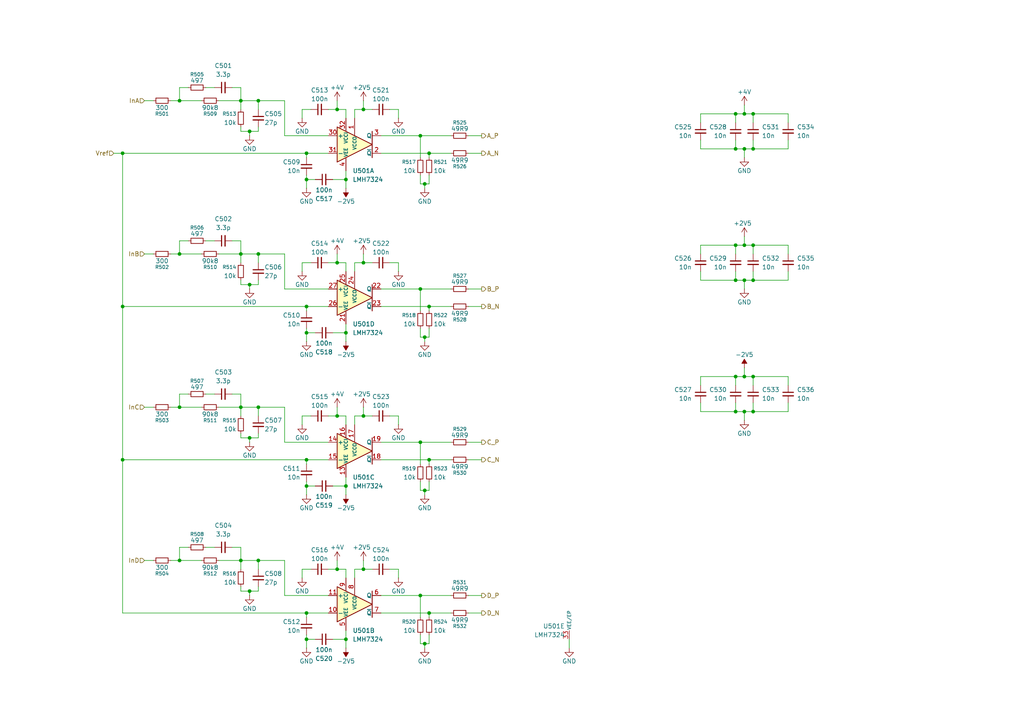
<source format=kicad_sch>
(kicad_sch (version 20250114) (generator "eeschema") (generator_version "9.0")
  (paper "A4")
  (junction (at 74.93 118.11))
  (junction (at 124.46 133.35))
  (junction (at 124.46 88.9))
  (junction (at 105.41 76.2))
  (junction (at 97.79 31.75))
  (junction (at 215.9 43.18))
  (junction (at 213.36 109.22))
  (junction (at 69.85 29.21))
  (junction (at 97.79 120.65))
  (junction (at 72.39 38.1))
  (junction (at 124.46 44.45))
  (junction (at 121.92 39.37))
  (junction (at 121.92 83.82))
  (junction (at 52.07 73.66))
  (junction (at 74.93 29.21))
  (junction (at 100.33 185.42))
  (junction (at 121.92 128.27))
  (junction (at 121.92 172.72))
  (junction (at 35.56 88.9))
  (junction (at 218.44 33.02))
  (junction (at 97.79 76.2))
  (junction (at 213.36 119.38))
  (junction (at 215.9 33.02))
  (junction (at 105.41 31.75))
  (junction (at 88.9 177.8))
  (junction (at 123.19 97.79))
  (junction (at 105.41 165.1))
  (junction (at 218.44 109.22))
  (junction (at 35.56 133.35))
  (junction (at 52.07 29.21))
  (junction (at 215.9 109.22))
  (junction (at 218.44 71.12))
  (junction (at 88.9 88.9))
  (junction (at 218.44 43.18))
  (junction (at 97.79 165.1))
  (junction (at 123.19 142.24))
  (junction (at 123.19 186.69))
  (junction (at 52.07 118.11))
  (junction (at 69.85 73.66))
  (junction (at 35.56 44.45))
  (junction (at 218.44 119.38))
  (junction (at 100.33 96.52))
  (junction (at 72.39 82.55))
  (junction (at 215.9 119.38))
  (junction (at 100.33 140.97))
  (junction (at 218.44 81.28))
  (junction (at 74.93 73.66))
  (junction (at 213.36 71.12))
  (junction (at 88.9 133.35))
  (junction (at 88.9 96.52))
  (junction (at 213.36 43.18))
  (junction (at 124.46 177.8))
  (junction (at 88.9 52.07))
  (junction (at 88.9 140.97))
  (junction (at 100.33 52.07))
  (junction (at 52.07 162.56))
  (junction (at 72.39 127))
  (junction (at 215.9 81.28))
  (junction (at 123.19 53.34))
  (junction (at 88.9 185.42))
  (junction (at 213.36 81.28))
  (junction (at 74.93 162.56))
  (junction (at 213.36 33.02))
  (junction (at 69.85 118.11))
  (junction (at 215.9 71.12))
  (junction (at 72.39 171.45))
  (junction (at 105.41 120.65))
  (junction (at 88.9 44.45))
  (junction (at 69.85 162.56))
  (wire (pts (xy 35.56 177.8) (xy 88.9 177.8)))
  (wire (pts (xy 59.69 158.75) (xy 62.23 158.75)))
  (wire (pts (xy 95.25 31.75) (xy 97.79 31.75)))
  (wire (pts (xy 96.52 96.52) (xy 100.33 96.52)))
  (wire (pts (xy 115.57 165.1) (xy 115.57 167.64)))
  (wire (pts (xy 95.25 165.1) (xy 97.79 165.1)))
  (wire (pts (xy 88.9 140.97) (xy 88.9 143.51)))
  (wire (pts (xy 69.85 118.11) (xy 74.93 118.11)))
  (wire (pts (xy 121.92 39.37) (xy 130.81 39.37)))
  (wire (pts (xy 97.79 118.11) (xy 97.79 120.65)))
  (wire (pts (xy 74.93 162.56) (xy 74.93 165.1)))
  (wire (pts (xy 121.92 186.69) (xy 123.19 186.69)))
  (wire (pts (xy 69.85 162.56) (xy 69.85 165.1)))
  (wire (pts (xy 100.33 31.75) (xy 100.33 34.29)))
  (wire (pts (xy 218.44 119.38) (xy 228.6 119.38)))
  (wire (pts (xy 35.56 88.9) (xy 88.9 88.9)))
  (wire (pts (xy 105.41 29.21) (xy 105.41 31.75)))
  (wire (pts (xy 113.03 76.2) (xy 115.57 76.2)))
  (wire (pts (xy 110.49 128.27) (xy 121.92 128.27)))
  (wire (pts (xy 100.33 93.98) (xy 100.33 96.52)))
  (wire (pts (xy 121.92 142.24) (xy 123.19 142.24)))
  (wire (pts (xy 59.69 25.4) (xy 62.23 25.4)))
  (wire (pts (xy 124.46 184.15) (xy 124.46 186.69)))
  (wire (pts (xy 121.92 184.15) (xy 121.92 186.69)))
  (wire (pts (xy 100.33 49.53) (xy 100.33 52.07)))
  (wire (pts (xy 228.6 119.38) (xy 228.6 116.84)))
  (wire (pts (xy 203.2 81.28) (xy 213.36 81.28)))
  (wire (pts (xy 49.53 29.21) (xy 52.07 29.21)))
  (wire (pts (xy 67.31 158.75) (xy 69.85 158.75)))
  (wire (pts (xy 105.41 31.75) (xy 102.87 31.75)))
  (wire (pts (xy 82.55 162.56) (xy 82.55 172.72)))
  (wire (pts (xy 88.9 50.8) (xy 88.9 52.07)))
  (wire (pts (xy 91.44 52.07) (xy 88.9 52.07)))
  (wire (pts (xy 213.36 71.12) (xy 215.9 71.12)))
  (wire (pts (xy 100.33 96.52) (xy 100.33 99.06)))
  (wire (pts (xy 52.07 158.75) (xy 52.07 162.56)))
  (wire (pts (xy 88.9 177.8) (xy 95.25 177.8)))
  (wire (pts (xy 69.85 125.73) (xy 69.85 127)))
  (wire (pts (xy 82.55 118.11) (xy 82.55 128.27)))
  (wire (pts (xy 213.36 33.02) (xy 215.9 33.02)))
  (wire (pts (xy 203.2 40.64) (xy 203.2 43.18)))
  (wire (pts (xy 69.85 69.85) (xy 69.85 73.66)))
  (wire (pts (xy 218.44 33.02) (xy 218.44 35.56)))
  (wire (pts (xy 35.56 44.45) (xy 88.9 44.45)))
  (wire (pts (xy 91.44 96.52) (xy 88.9 96.52)))
  (wire (pts (xy 41.91 118.11) (xy 44.45 118.11)))
  (wire (pts (xy 135.89 177.8) (xy 139.7 177.8)))
  (wire (pts (xy 74.93 29.21) (xy 74.93 31.75)))
  (wire (pts (xy 110.49 172.72) (xy 121.92 172.72)))
  (wire (pts (xy 97.79 165.1) (xy 100.33 165.1)))
  (wire (pts (xy 87.63 76.2) (xy 87.63 78.74)))
  (wire (pts (xy 110.49 44.45) (xy 124.46 44.45)))
  (wire (pts (xy 121.92 50.8) (xy 121.92 53.34)))
  (wire (pts (xy 88.9 52.07) (xy 88.9 54.61)))
  (wire (pts (xy 121.92 53.34) (xy 123.19 53.34)))
  (wire (pts (xy 91.44 140.97) (xy 88.9 140.97)))
  (wire (pts (xy 218.44 81.28) (xy 228.6 81.28)))
  (wire (pts (xy 54.61 158.75) (xy 52.07 158.75)))
  (wire (pts (xy 228.6 43.18) (xy 228.6 40.64)))
  (wire (pts (xy 121.92 128.27) (xy 121.92 134.62)))
  (wire (pts (xy 105.41 76.2) (xy 102.87 76.2)))
  (wire (pts (xy 213.36 40.64) (xy 213.36 43.18)))
  (wire (pts (xy 100.33 52.07) (xy 100.33 54.61)))
  (wire (pts (xy 215.9 109.22) (xy 218.44 109.22)))
  (wire (pts (xy 218.44 71.12) (xy 228.6 71.12)))
  (wire (pts (xy 82.55 172.72) (xy 95.25 172.72)))
  (wire (pts (xy 96.52 52.07) (xy 100.33 52.07)))
  (wire (pts (xy 135.89 128.27) (xy 139.7 128.27)))
  (wire (pts (xy 74.93 73.66) (xy 74.93 76.2)))
  (wire (pts (xy 121.92 128.27) (xy 130.81 128.27)))
  (wire (pts (xy 203.2 119.38) (xy 213.36 119.38)))
  (wire (pts (xy 69.85 25.4) (xy 69.85 29.21)))
  (wire (pts (xy 69.85 82.55) (xy 72.39 82.55)))
  (wire (pts (xy 69.85 118.11) (xy 69.85 120.65)))
  (wire (pts (xy 69.85 81.28) (xy 69.85 82.55)))
  (wire (pts (xy 121.92 139.7) (xy 121.92 142.24)))
  (wire (pts (xy 74.93 81.28) (xy 74.93 82.55)))
  (wire (pts (xy 102.87 31.75) (xy 102.87 34.29)))
  (wire (pts (xy 95.25 76.2) (xy 97.79 76.2)))
  (wire (pts (xy 213.36 109.22) (xy 213.36 111.76)))
  (wire (pts (xy 88.9 88.9) (xy 95.25 88.9)))
  (wire (pts (xy 87.63 165.1) (xy 87.63 167.64)))
  (wire (pts (xy 110.49 177.8) (xy 124.46 177.8)))
  (wire (pts (xy 52.07 25.4) (xy 52.07 29.21)))
  (wire (pts (xy 124.46 177.8) (xy 130.81 177.8)))
  (wire (pts (xy 218.44 78.74) (xy 218.44 81.28)))
  (wire (pts (xy 110.49 88.9) (xy 124.46 88.9)))
  (wire (pts (xy 54.61 69.85) (xy 52.07 69.85)))
  (wire (pts (xy 115.57 31.75) (xy 115.57 34.29)))
  (wire (pts (xy 69.85 38.1) (xy 72.39 38.1)))
  (wire (pts (xy 110.49 39.37) (xy 121.92 39.37)))
  (wire (pts (xy 72.39 171.45) (xy 72.39 172.72)))
  (wire (pts (xy 59.69 114.3) (xy 62.23 114.3)))
  (wire (pts (xy 41.91 73.66) (xy 44.45 73.66)))
  (wire (pts (xy 69.85 171.45) (xy 72.39 171.45)))
  (wire (pts (xy 49.53 118.11) (xy 52.07 118.11)))
  (wire (pts (xy 97.79 76.2) (xy 100.33 76.2)))
  (wire (pts (xy 110.49 83.82) (xy 121.92 83.82)))
  (wire (pts (xy 82.55 128.27) (xy 95.25 128.27)))
  (wire (pts (xy 72.39 38.1) (xy 74.93 38.1)))
  (wire (pts (xy 135.89 172.72) (xy 139.7 172.72)))
  (wire (pts (xy 105.41 165.1) (xy 102.87 165.1)))
  (wire (pts (xy 218.44 40.64) (xy 218.44 43.18)))
  (wire (pts (xy 228.6 81.28) (xy 228.6 78.74)))
  (wire (pts (xy 88.9 88.9) (xy 88.9 90.17)))
  (wire (pts (xy 87.63 120.65) (xy 87.63 123.19)))
  (wire (pts (xy 124.46 44.45) (xy 124.46 45.72)))
  (wire (pts (xy 72.39 127) (xy 72.39 128.27)))
  (wire (pts (xy 121.92 83.82) (xy 130.81 83.82)))
  (wire (pts (xy 215.9 45.72) (xy 215.9 43.18)))
  (wire (pts (xy 124.46 133.35) (xy 130.81 133.35)))
  (wire (pts (xy 228.6 33.02) (xy 228.6 35.56)))
  (wire (pts (xy 74.93 29.21) (xy 82.55 29.21)))
  (wire (pts (xy 54.61 114.3) (xy 52.07 114.3)))
  (wire (pts (xy 135.89 39.37) (xy 139.7 39.37)))
  (wire (pts (xy 105.41 120.65) (xy 102.87 120.65)))
  (wire (pts (xy 203.2 116.84) (xy 203.2 119.38)))
  (wire (pts (xy 123.19 53.34) (xy 124.46 53.34)))
  (wire (pts (xy 82.55 83.82) (xy 95.25 83.82)))
  (wire (pts (xy 69.85 73.66) (xy 74.93 73.66)))
  (wire (pts (xy 115.57 76.2) (xy 115.57 78.74)))
  (wire (pts (xy 97.79 162.56) (xy 97.79 165.1)))
  (wire (pts (xy 213.36 33.02) (xy 213.36 35.56)))
  (wire (pts (xy 121.92 83.82) (xy 121.92 90.17)))
  (wire (pts (xy 100.33 76.2) (xy 100.33 78.74)))
  (wire (pts (xy 123.19 142.24) (xy 124.46 142.24)))
  (wire (pts (xy 72.39 82.55) (xy 74.93 82.55)))
  (wire (pts (xy 35.56 133.35) (xy 35.56 177.8)))
  (wire (pts (xy 218.44 116.84) (xy 218.44 119.38)))
  (wire (pts (xy 115.57 120.65) (xy 115.57 123.19)))
  (wire (pts (xy 69.85 36.83) (xy 69.85 38.1)))
  (wire (pts (xy 82.55 39.37) (xy 95.25 39.37)))
  (wire (pts (xy 215.9 119.38) (xy 218.44 119.38)))
  (wire (pts (xy 123.19 186.69) (xy 124.46 186.69)))
  (wire (pts (xy 228.6 109.22) (xy 228.6 111.76)))
  (wire (pts (xy 124.46 88.9) (xy 124.46 90.17)))
  (wire (pts (xy 218.44 71.12) (xy 218.44 73.66)))
  (wire (pts (xy 218.44 33.02) (xy 228.6 33.02)))
  (wire (pts (xy 90.17 165.1) (xy 87.63 165.1)))
  (wire (pts (xy 203.2 78.74) (xy 203.2 81.28)))
  (wire (pts (xy 69.85 114.3) (xy 69.85 118.11)))
  (wire (pts (xy 97.79 73.66) (xy 97.79 76.2)))
  (wire (pts (xy 105.41 165.1) (xy 107.95 165.1)))
  (wire (pts (xy 72.39 171.45) (xy 74.93 171.45)))
  (wire (pts (xy 88.9 44.45) (xy 95.25 44.45)))
  (wire (pts (xy 124.46 50.8) (xy 124.46 53.34)))
  (wire (pts (xy 124.46 95.25) (xy 124.46 97.79)))
  (wire (pts (xy 215.9 43.18) (xy 218.44 43.18)))
  (wire (pts (xy 88.9 95.25) (xy 88.9 96.52)))
  (wire (pts (xy 88.9 185.42) (xy 88.9 187.96)))
  (wire (pts (xy 124.46 139.7) (xy 124.46 142.24)))
  (wire (pts (xy 218.44 109.22) (xy 228.6 109.22)))
  (wire (pts (xy 97.79 31.75) (xy 100.33 31.75)))
  (wire (pts (xy 123.19 186.69) (xy 123.19 187.96)))
  (wire (pts (xy 74.93 36.83) (xy 74.93 38.1)))
  (wire (pts (xy 124.46 177.8) (xy 124.46 179.07)))
  (wire (pts (xy 203.2 71.12) (xy 213.36 71.12)))
  (wire (pts (xy 88.9 133.35) (xy 95.25 133.35)))
  (wire (pts (xy 213.36 109.22) (xy 215.9 109.22)))
  (wire (pts (xy 72.39 38.1) (xy 72.39 39.37)))
  (wire (pts (xy 72.39 82.55) (xy 72.39 83.82)))
  (wire (pts (xy 74.93 162.56) (xy 82.55 162.56)))
  (wire (pts (xy 124.46 88.9) (xy 130.81 88.9)))
  (wire (pts (xy 72.39 127) (xy 74.93 127)))
  (wire (pts (xy 88.9 96.52) (xy 88.9 99.06)))
  (wire (pts (xy 52.07 162.56) (xy 58.42 162.56)))
  (wire (pts (xy 123.19 53.34) (xy 123.19 54.61)))
  (wire (pts (xy 100.33 120.65) (xy 100.33 123.19)))
  (wire (pts (xy 41.91 162.56) (xy 44.45 162.56)))
  (wire (pts (xy 69.85 170.18) (xy 69.85 171.45)))
  (wire (pts (xy 88.9 44.45) (xy 88.9 45.72)))
  (wire (pts (xy 105.41 73.66) (xy 105.41 76.2)))
  (wire (pts (xy 213.36 43.18) (xy 215.9 43.18)))
  (wire (pts (xy 82.55 73.66) (xy 82.55 83.82)))
  (wire (pts (xy 74.93 73.66) (xy 82.55 73.66)))
  (wire (pts (xy 69.85 162.56) (xy 74.93 162.56)))
  (wire (pts (xy 82.55 29.21) (xy 82.55 39.37)))
  (wire (pts (xy 113.03 165.1) (xy 115.57 165.1)))
  (wire (pts (xy 124.46 133.35) (xy 124.46 134.62)))
  (wire (pts (xy 96.52 140.97) (xy 100.33 140.97)))
  (wire (pts (xy 215.9 106.68) (xy 215.9 109.22)))
  (wire (pts (xy 203.2 109.22) (xy 213.36 109.22)))
  (wire (pts (xy 218.44 43.18) (xy 228.6 43.18)))
  (wire (pts (xy 215.9 81.28) (xy 218.44 81.28)))
  (wire (pts (xy 215.9 121.92) (xy 215.9 119.38)))
  (wire (pts (xy 123.19 97.79) (xy 123.19 99.06)))
  (wire (pts (xy 213.36 116.84) (xy 213.36 119.38)))
  (wire (pts (xy 74.93 170.18) (xy 74.93 171.45)))
  (wire (pts (xy 69.85 29.21) (xy 74.93 29.21)))
  (wire (pts (xy 35.56 88.9) (xy 35.56 133.35)))
  (wire (pts (xy 69.85 127) (xy 72.39 127)))
  (wire (pts (xy 97.79 120.65) (xy 100.33 120.65)))
  (wire (pts (xy 88.9 184.15) (xy 88.9 185.42)))
  (wire (pts (xy 203.2 33.02) (xy 213.36 33.02)))
  (wire (pts (xy 215.9 33.02) (xy 218.44 33.02)))
  (wire (pts (xy 165.1 185.42) (xy 165.1 187.96)))
  (wire (pts (xy 63.5 118.11) (xy 69.85 118.11)))
  (wire (pts (xy 135.89 83.82) (xy 139.7 83.82)))
  (wire (pts (xy 49.53 162.56) (xy 52.07 162.56)))
  (wire (pts (xy 100.33 140.97) (xy 100.33 143.51)))
  (wire (pts (xy 121.92 39.37) (xy 121.92 45.72)))
  (wire (pts (xy 74.93 118.11) (xy 74.93 120.65)))
  (wire (pts (xy 52.07 73.66) (xy 58.42 73.66)))
  (wire (pts (xy 54.61 25.4) (xy 52.07 25.4)))
  (wire (pts (xy 105.41 76.2) (xy 107.95 76.2)))
  (wire (pts (xy 35.56 133.35) (xy 88.9 133.35)))
  (wire (pts (xy 105.41 120.65) (xy 107.95 120.65)))
  (wire (pts (xy 97.79 29.21) (xy 97.79 31.75)))
  (wire (pts (xy 74.93 118.11) (xy 82.55 118.11)))
  (wire (pts (xy 203.2 111.76) (xy 203.2 109.22)))
  (wire (pts (xy 33.02 44.45) (xy 35.56 44.45)))
  (wire (pts (xy 41.91 29.21) (xy 44.45 29.21)))
  (wire (pts (xy 90.17 31.75) (xy 87.63 31.75)))
  (wire (pts (xy 88.9 177.8) (xy 88.9 179.07)))
  (wire (pts (xy 121.92 172.72) (xy 130.81 172.72)))
  (wire (pts (xy 88.9 133.35) (xy 88.9 134.62)))
  (wire (pts (xy 121.92 172.72) (xy 121.92 179.07)))
  (wire (pts (xy 121.92 95.25) (xy 121.92 97.79)))
  (wire (pts (xy 100.33 138.43) (xy 100.33 140.97)))
  (wire (pts (xy 100.33 182.88) (xy 100.33 185.42)))
  (wire (pts (xy 135.89 133.35) (xy 139.7 133.35)))
  (wire (pts (xy 123.19 142.24) (xy 123.19 143.51)))
  (wire (pts (xy 59.69 69.85) (xy 62.23 69.85)))
  (wire (pts (xy 91.44 185.42) (xy 88.9 185.42)))
  (wire (pts (xy 52.07 69.85) (xy 52.07 73.66)))
  (wire (pts (xy 203.2 43.18) (xy 213.36 43.18)))
  (wire (pts (xy 90.17 76.2) (xy 87.63 76.2)))
  (wire (pts (xy 213.36 78.74) (xy 213.36 81.28)))
  (wire (pts (xy 90.17 120.65) (xy 87.63 120.65)))
  (wire (pts (xy 135.89 88.9) (xy 139.7 88.9)))
  (wire (pts (xy 67.31 69.85) (xy 69.85 69.85)))
  (wire (pts (xy 105.41 31.75) (xy 107.95 31.75)))
  (wire (pts (xy 63.5 73.66) (xy 69.85 73.66)))
  (wire (pts (xy 102.87 76.2) (xy 102.87 78.74)))
  (wire (pts (xy 69.85 29.21) (xy 69.85 31.75)))
  (wire (pts (xy 215.9 30.48) (xy 215.9 33.02)))
  (wire (pts (xy 35.56 44.45) (xy 35.56 88.9)))
  (wire (pts (xy 124.46 44.45) (xy 130.81 44.45)))
  (wire (pts (xy 52.07 114.3) (xy 52.07 118.11)))
  (wire (pts (xy 88.9 139.7) (xy 88.9 140.97)))
  (wire (pts (xy 95.25 120.65) (xy 97.79 120.65)))
  (wire (pts (xy 105.41 118.11) (xy 105.41 120.65)))
  (wire (pts (xy 121.92 97.79) (xy 123.19 97.79)))
  (wire (pts (xy 100.33 185.42) (xy 100.33 187.96)))
  (wire (pts (xy 123.19 97.79) (xy 124.46 97.79)))
  (wire (pts (xy 215.9 83.82) (xy 215.9 81.28)))
  (wire (pts (xy 213.36 81.28) (xy 215.9 81.28)))
  (wire (pts (xy 102.87 165.1) (xy 102.87 167.64)))
  (wire (pts (xy 74.93 125.73) (xy 74.93 127)))
  (wire (pts (xy 52.07 29.21) (xy 58.42 29.21)))
  (wire (pts (xy 203.2 35.56) (xy 203.2 33.02)))
  (wire (pts (xy 203.2 73.66) (xy 203.2 71.12)))
  (wire (pts (xy 213.36 71.12) (xy 213.36 73.66)))
  (wire (pts (xy 52.07 118.11) (xy 58.42 118.11)))
  (wire (pts (xy 113.03 120.65) (xy 115.57 120.65)))
  (wire (pts (xy 135.89 44.45) (xy 139.7 44.45)))
  (wire (pts (xy 96.52 185.42) (xy 100.33 185.42)))
  (wire (pts (xy 100.33 165.1) (xy 100.33 167.64)))
  (wire (pts (xy 218.44 109.22) (xy 218.44 111.76)))
  (wire (pts (xy 102.87 120.65) (xy 102.87 123.19)))
  (wire (pts (xy 113.03 31.75) (xy 115.57 31.75)))
  (wire (pts (xy 87.63 31.75) (xy 87.63 34.29)))
  (wire (pts (xy 63.5 29.21) (xy 69.85 29.21)))
  (wire (pts (xy 69.85 158.75) (xy 69.85 162.56)))
  (wire (pts (xy 67.31 25.4) (xy 69.85 25.4)))
  (wire (pts (xy 213.36 119.38) (xy 215.9 119.38)))
  (wire (pts (xy 105.41 162.56) (xy 105.41 165.1)))
  (wire (pts (xy 110.49 133.35) (xy 124.46 133.35)))
  (wire (pts (xy 63.5 162.56) (xy 69.85 162.56)))
  (wire (pts (xy 228.6 71.12) (xy 228.6 73.66)))
  (wire (pts (xy 67.31 114.3) (xy 69.85 114.3)))
  (wire (pts (xy 49.53 73.66) (xy 52.07 73.66)))
  (wire (pts (xy 215.9 71.12) (xy 218.44 71.12)))
  (wire (pts (xy 215.9 68.58) (xy 215.9 71.12)))
  (wire (pts (xy 69.85 73.66) (xy 69.85 76.2)))
  (hierarchical_label "D_P" (shape output) (at 139.7 172.72 0))
  (hierarchical_label "A_P" (shape output) (at 139.7 39.37 0))
  (hierarchical_label "InB" (shape input) (at 41.91 73.66 180))
  (hierarchical_label "InA" (shape input) (at 41.91 29.21 180))
  (hierarchical_label "InD" (shape input) (at 41.91 162.56 180))
  (hierarchical_label "Vref" (shape input) (at 33.02 44.45 180))
  (hierarchical_label "C_P" (shape output) (at 139.7 128.27 0))
  (hierarchical_label "A_N" (shape output) (at 139.7 44.45 0))
  (hierarchical_label "C_N" (shape output) (at 139.7 133.35 0))
  (hierarchical_label "B_P" (shape output) (at 139.7 83.82 0))
  (hierarchical_label "InC" (shape input) (at 41.91 118.11 180))
  (hierarchical_label "D_N" (shape output) (at 139.7 177.8 0))
  (hierarchical_label "B_N" (shape output) (at 139.7 88.9 0))
  (symbol (lib_id "power:GND") (at 88.9 143.51 0) (unit 1)
    (property "Reference" "#PWR0211" (effects (hide yes)))
    (property "Value" "GND" (at 88.9 147.32 0))
    (property "Description" "Power symbol creates a global label with name \"GND\" , ground" (effects (hide yes)))
    (instances (project "laprobe" (path "" (reference "#PWR0511") (unit 1)) (path "" (reference "#PWR0311") (unit 1)) (path "" (reference "#PWR0211") (unit 1)) (path "" (reference "#PWR0411") (unit 1))))
  )
  (symbol (lib_id "Device:C_Small") (at 74.93 34.29 0) (mirror y) (unit 1)
    (property "Reference" "C205" (at 76.708 33.02 0) (effects (justify right)))
    (property "Value" "27p" (at 76.708 35.56 0) (effects (justify right)))
    (property "Footprint" "Capacitor_SMD:C_0603_1608Metric" (effects (hide yes)))
    (property "Description" "Unpolarized capacitor, small symbol" (effects (hide yes)))
    (instances (project "laprobe" (path "" (reference "C505") (unit 1)) (path "" (reference "C305") (unit 1)) (path "" (reference "C205") (unit 1)) (path "" (reference "C405") (unit 1))))
  )
  (symbol (lib_id "Device:C_Small") (at 228.6 76.2 0) (unit 1)
    (property "Reference" "C235" (at 231.14 74.9362 0) (effects (justify left)))
    (property "Value" "10n" (at 231.14 77.4762 0) (effects (justify left)))
    (property "Footprint" "Capacitor_SMD:C_0603_1608Metric" (effects (hide yes)))
    (property "Description" "Unpolarized capacitor, small symbol" (effects (hide yes)))
    (instances (project "laprobe" (path "" (reference "C535") (unit 1)) (path "" (reference "C335") (unit 1)) (path "" (reference "C235") (unit 1)) (path "" (reference "C435") (unit 1))))
  )
  (symbol (lib_id "Device:C_Small") (at 64.77 158.75 90) (unit 1)
    (property "Reference" "C204" (at 64.7763 152.4 90))
    (property "Value" "3.3p" (at 64.7763 154.94 90))
    (property "Footprint" "Capacitor_SMD:C_0603_1608Metric" (effects (hide yes)))
    (property "Description" "Unpolarized capacitor, small symbol" (effects (hide yes)))
    (instances (project "laprobe" (path "" (reference "C504") (unit 1)) (path "" (reference "C304") (unit 1)) (path "" (reference "C204") (unit 1)) (path "" (reference "C404") (unit 1))))
  )
  (symbol (lib_id "Device:C_Small") (at 110.49 76.2 90) (unit 1)
    (property "Reference" "C222" (at 110.49 70.612 90))
    (property "Value" "100n" (at 110.49 73.152 90))
    (property "Footprint" "Capacitor_SMD:C_0603_1608Metric" (effects (hide yes)))
    (property "Description" "Unpolarized capacitor, small symbol" (effects (hide yes)))
    (instances (project "laprobe" (path "" (reference "C522") (unit 1)) (path "" (reference "C322") (unit 1)) (path "" (reference "C222") (unit 1)) (path "" (reference "C422") (unit 1))))
  )
  (symbol (lib_id "Device:C_Small") (at 93.98 52.07 90) (mirror x) (unit 1)
    (property "Reference" "C217" (at 93.98 57.658 90))
    (property "Value" "100n" (at 93.98 55.118 90))
    (property "Footprint" "Capacitor_SMD:C_0603_1608Metric" (effects (hide yes)))
    (property "Description" "Unpolarized capacitor, small symbol" (effects (hide yes)))
    (instances (project "laprobe" (path "" (reference "C517") (unit 1)) (path "" (reference "C317") (unit 1)) (path "" (reference "C217") (unit 1)) (path "" (reference "C417") (unit 1))))
  )
  (symbol (lib_id "power:GND") (at 72.39 128.27 0) (unit 1)
    (property "Reference" "#PWR0203" (effects (hide yes)))
    (property "Value" "GND" (at 72.39 132.08 0))
    (property "Description" "Power symbol creates a global label with name \"GND\" , ground" (effects (hide yes)))
    (instances (project "laprobe" (path "" (reference "#PWR0503") (unit 1)) (path "" (reference "#PWR0303") (unit 1)) (path "" (reference "#PWR0203") (unit 1)) (path "" (reference "#PWR0403") (unit 1))))
  )
  (symbol (lib_id "power:+2V5") (at 105.41 118.11 0) (unit 1)
    (property "Reference" "#PWR0223" (effects (hide yes)))
    (property "Value" "+2V5" (at 104.902 114.3 0))
    (property "Description" "Power symbol creates a global label with name \"+2V5\"" (effects (hide yes)))
    (instances (project "laprobe" (path "" (reference "#PWR0523") (unit 1)) (path "" (reference "#PWR0323") (unit 1)) (path "" (reference "#PWR0223") (unit 1)) (path "" (reference "#PWR0423") (unit 1))))
  )
  (symbol (lib_id "Device:C_Small") (at 110.49 31.75 90) (unit 1)
    (property "Reference" "C221" (at 110.49 26.162 90))
    (property "Value" "100n" (at 110.49 28.702 90))
    (property "Footprint" "Capacitor_SMD:C_0603_1608Metric" (effects (hide yes)))
    (property "Description" "Unpolarized capacitor, small symbol" (effects (hide yes)))
    (instances (project "laprobe" (path "" (reference "C521") (unit 1)) (path "" (reference "C321") (unit 1)) (path "" (reference "C221") (unit 1)) (path "" (reference "C421") (unit 1))))
  )
  (symbol (lib_id "Device:R_Small") (at 121.92 92.71 0) (unit 1)
    (property "Reference" "R218" (at 120.65 91.44 0) (effects (font (size 1.016 1.016)) (justify right)))
    (property "Value" "10k" (at 120.65 93.98 0) (effects (justify right)))
    (property "Footprint" "Resistor_SMD:R_0603_1608Metric" (effects (hide yes)))
    (property "Description" "Resistor, small symbol" (effects (hide yes)))
    (instances (project "laprobe" (path "" (reference "R518") (unit 1)) (path "" (reference "R318") (unit 1)) (path "" (reference "R218") (unit 1)) (path "" (reference "R418") (unit 1))))
  )
  (symbol (lib_id "power:GND") (at 87.63 78.74 0) (unit 1)
    (property "Reference" "#PWR0206" (effects (hide yes)))
    (property "Value" "GND" (at 87.63 82.55 0))
    (property "Description" "Power symbol creates a global label with name \"GND\" , ground" (effects (hide yes)))
    (instances (project "laprobe" (path "" (reference "#PWR0506") (unit 1)) (path "" (reference "#PWR0306") (unit 1)) (path "" (reference "#PWR0206") (unit 1)) (path "" (reference "#PWR0406") (unit 1))))
  )
  (symbol (lib_id "power:GND") (at 115.57 123.19 0) (unit 1)
    (property "Reference" "#PWR0227" (effects (hide yes)))
    (property "Value" "GND" (at 115.57 127 0))
    (property "Description" "Power symbol creates a global label with name \"GND\" , ground" (effects (hide yes)))
    (instances (project "laprobe" (path "" (reference "#PWR0527") (unit 1)) (path "" (reference "#PWR0327") (unit 1)) (path "" (reference "#PWR0227") (unit 1)) (path "" (reference "#PWR0427") (unit 1))))
  )
  (symbol (lib_id "power:GND") (at 87.63 167.64 0) (unit 1)
    (property "Reference" "#PWR0208" (effects (hide yes)))
    (property "Value" "GND" (at 87.63 171.45 0))
    (property "Description" "Power symbol creates a global label with name \"GND\" , ground" (effects (hide yes)))
    (instances (project "laprobe" (path "" (reference "#PWR0508") (unit 1)) (path "" (reference "#PWR0308") (unit 1)) (path "" (reference "#PWR0208") (unit 1)) (path "" (reference "#PWR0408") (unit 1))))
  )
  (symbol (lib_id "power:GND") (at 72.39 172.72 0) (unit 1)
    (property "Reference" "#PWR0204" (effects (hide yes)))
    (property "Value" "GND" (at 72.39 176.53 0))
    (property "Description" "Power symbol creates a global label with name \"GND\" , ground" (effects (hide yes)))
    (instances (project "laprobe" (path "" (reference "#PWR0504") (unit 1)) (path "" (reference "#PWR0304") (unit 1)) (path "" (reference "#PWR0204") (unit 1)) (path "" (reference "#PWR0404") (unit 1))))
  )
  (symbol (lib_id "Device:C_Small") (at 213.36 76.2 0) (mirror y) (unit 1)
    (property "Reference" "C229" (at 210.82 74.9362 0) (effects (justify left)))
    (property "Value" "10n" (at 210.82 77.4762 0) (effects (justify left)))
    (property "Footprint" "Capacitor_SMD:C_0603_1608Metric" (effects (hide yes)))
    (property "Description" "Unpolarized capacitor, small symbol" (effects (hide yes)))
    (instances (project "laprobe" (path "" (reference "C529") (unit 1)) (path "" (reference "C329") (unit 1)) (path "" (reference "C229") (unit 1)) (path "" (reference "C429") (unit 1))))
  )
  (symbol (lib_id "Device:R_Small") (at 46.99 73.66 90) (mirror x) (unit 1)
    (property "Reference" "R202" (at 46.99 77.47 90) (effects (font (size 1.016 1.016))))
    (property "Value" "300" (at 46.99 75.692 90))
    (property "Footprint" "Resistor_SMD:R_0603_1608Metric" (effects (hide yes)))
    (property "Description" "Resistor, small symbol" (effects (hide yes)))
    (instances (project "laprobe" (path "" (reference "R502") (unit 1)) (path "" (reference "R302") (unit 1)) (path "" (reference "R202") (unit 1)) (path "" (reference "R402") (unit 1))))
  )
  (symbol (lib_id "power:-2V5") (at 100.33 54.61 180) (unit 1)
    (property "Reference" "#PWR0217" (effects (hide yes)))
    (property "Value" "-2V5" (at 100.33 58.42 0))
    (property "Description" "Power symbol creates a global label with name \"-2V5\"" (effects (hide yes)))
    (instances (project "laprobe" (path "" (reference "#PWR0517") (unit 1)) (path "" (reference "#PWR0317") (unit 1)) (path "" (reference "#PWR0217") (unit 1)) (path "" (reference "#PWR0417") (unit 1))))
  )
  (symbol (lib_id "Device:C_Small") (at 92.71 76.2 90) (unit 1)
    (property "Reference" "C214" (at 92.71 70.612 90))
    (property "Value" "100n" (at 92.71 73.152 90))
    (property "Footprint" "Capacitor_SMD:C_0603_1608Metric" (effects (hide yes)))
    (property "Description" "Unpolarized capacitor, small symbol" (effects (hide yes)))
    (instances (project "laprobe" (path "" (reference "C514") (unit 1)) (path "" (reference "C314") (unit 1)) (path "" (reference "C214") (unit 1)) (path "" (reference "C414") (unit 1))))
  )
  (symbol (lib_id "power:+2V5") (at 105.41 29.21 0) (unit 1)
    (property "Reference" "#PWR0221" (effects (hide yes)))
    (property "Value" "+2V5" (at 104.902 25.4 0))
    (property "Description" "Power symbol creates a global label with name \"+2V5\"" (effects (hide yes)))
    (instances (project "laprobe" (path "" (reference "#PWR0521") (unit 1)) (path "" (reference "#PWR0321") (unit 1)) (path "" (reference "#PWR0221") (unit 1)) (path "" (reference "#PWR0421") (unit 1))))
  )
  (symbol (lib_id "Device:C_Small") (at 110.49 165.1 90) (unit 1)
    (property "Reference" "C224" (at 110.49 159.512 90))
    (property "Value" "100n" (at 110.49 162.052 90))
    (property "Footprint" "Capacitor_SMD:C_0603_1608Metric" (effects (hide yes)))
    (property "Description" "Unpolarized capacitor, small symbol" (effects (hide yes)))
    (instances (project "laprobe" (path "" (reference "C524") (unit 1)) (path "" (reference "C324") (unit 1)) (path "" (reference "C224") (unit 1)) (path "" (reference "C424") (unit 1))))
  )
  (symbol (lib_id "power:+2V5") (at 215.9 68.58 0) (unit 1)
    (property "Reference" "#PWR0236" (effects (hide yes)))
    (property "Value" "+2V5" (at 215.392 64.77 0))
    (property "Description" "Power symbol creates a global label with name \"+2V5\"" (effects (hide yes)))
    (instances (project "laprobe" (path "" (reference "#PWR0536") (unit 1)) (path "" (reference "#PWR0336") (unit 1)) (path "" (reference "#PWR0236") (unit 1)) (path "" (reference "#PWR0436") (unit 1))))
  )
  (symbol (lib_id "power:GND") (at 123.19 143.51 0) (unit 1)
    (property "Reference" "#PWR0231" (effects (hide yes)))
    (property "Value" "GND" (at 123.19 147.32 0))
    (property "Description" "Power symbol creates a global label with name \"GND\" , ground" (effects (hide yes)))
    (instances (project "laprobe" (path "" (reference "#PWR0531") (unit 1)) (path "" (reference "#PWR0331") (unit 1)) (path "" (reference "#PWR0231") (unit 1)) (path "" (reference "#PWR0431") (unit 1))))
  )
  (symbol (lib_id "Device:R_Small") (at 133.35 172.72 90) (unit 1)
    (property "Reference" "R231" (at 133.35 168.91 90) (effects (font (size 1.016 1.016))))
    (property "Value" "49R9" (at 133.35 170.688 90))
    (property "Footprint" "Resistor_SMD:R_0603_1608Metric" (effects (hide yes)))
    (property "Description" "Resistor, small symbol" (effects (hide yes)))
    (instances (project "laprobe" (path "" (reference "R531") (unit 1)) (path "" (reference "R331") (unit 1)) (path "" (reference "R231") (unit 1)) (path "" (reference "R431") (unit 1))))
  )
  (symbol (lib_id "Comparator:LMH7324") (at 102.87 130.81 0) (unit 3)
    (property "Reference" "U201" (at 102.2811 138.43 0) (effects (justify left)))
    (property "Value" "LMH7324" (at 102.2811 140.97 0) (effects (justify left)))
    (property "Footprint" "Package_DFN_QFN:WQFN-32-1EP_5x5mm_P0.5mm_EP3.1x3.1mm" (effects (hide yes)))
    (property "Datasheet" "http://www.ti.com/lit/ds/symlink/lmh7324.pdf" (effects (hide yes)))
    (property "Description" "Quad 700 ps High Speed Comparator with RSPECL Outputs, WQFN-32" (effects (hide yes)))
    (instances (project "laprobe" (path "" (reference "U501") (unit 3)) (path "" (reference "U301") (unit 3)) (path "" (reference "U201") (unit 3)) (path "" (reference "U401") (unit 3))))
  )
  (symbol (lib_id "Device:C_Small") (at 228.6 38.1 0) (unit 1)
    (property "Reference" "C234" (at 231.14 36.8362 0) (effects (justify left)))
    (property "Value" "10n" (at 231.14 39.3762 0) (effects (justify left)))
    (property "Footprint" "Capacitor_SMD:C_0603_1608Metric" (effects (hide yes)))
    (property "Description" "Unpolarized capacitor, small symbol" (effects (hide yes)))
    (instances (project "laprobe" (path "" (reference "C534") (unit 1)) (path "" (reference "C334") (unit 1)) (path "" (reference "C234") (unit 1)) (path "" (reference "C434") (unit 1))))
  )
  (symbol (lib_id "power:GND") (at 72.39 83.82 0) (unit 1)
    (property "Reference" "#PWR0202" (effects (hide yes)))
    (property "Value" "GND" (at 72.39 87.63 0))
    (property "Description" "Power symbol creates a global label with name \"GND\" , ground" (effects (hide yes)))
    (instances (project "laprobe" (path "" (reference "#PWR0502") (unit 1)) (path "" (reference "#PWR0302") (unit 1)) (path "" (reference "#PWR0202") (unit 1)) (path "" (reference "#PWR0402") (unit 1))))
  )
  (symbol (lib_id "Device:C_Small") (at 213.36 114.3 0) (mirror y) (unit 1)
    (property "Reference" "C230" (at 210.82 113.0362 0) (effects (justify left)))
    (property "Value" "10n" (at 210.82 115.5762 0) (effects (justify left)))
    (property "Footprint" "Capacitor_SMD:C_0603_1608Metric" (effects (hide yes)))
    (property "Description" "Unpolarized capacitor, small symbol" (effects (hide yes)))
    (instances (project "laprobe" (path "" (reference "C530") (unit 1)) (path "" (reference "C330") (unit 1)) (path "" (reference "C230") (unit 1)) (path "" (reference "C430") (unit 1))))
  )
  (symbol (lib_id "Device:R_Small") (at 69.85 123.19 0) (unit 1)
    (property "Reference" "R215" (at 68.58 121.92 0) (effects (font (size 1.016 1.016)) (justify right)))
    (property "Value" "10k" (at 68.58 124.46 0) (effects (justify right)))
    (property "Footprint" "Resistor_SMD:R_0603_1608Metric" (effects (hide yes)))
    (property "Description" "Resistor, small symbol" (effects (hide yes)))
    (instances (project "laprobe" (path "" (reference "R515") (unit 1)) (path "" (reference "R315") (unit 1)) (path "" (reference "R215") (unit 1)) (path "" (reference "R415") (unit 1))))
  )
  (symbol (lib_id "Device:C_Small") (at 92.71 120.65 90) (unit 1)
    (property "Reference" "C215" (at 92.71 115.062 90))
    (property "Value" "100n" (at 92.71 117.602 90))
    (property "Footprint" "Capacitor_SMD:C_0603_1608Metric" (effects (hide yes)))
    (property "Description" "Unpolarized capacitor, small symbol" (effects (hide yes)))
    (instances (project "laprobe" (path "" (reference "C515") (unit 1)) (path "" (reference "C315") (unit 1)) (path "" (reference "C215") (unit 1)) (path "" (reference "C415") (unit 1))))
  )
  (symbol (lib_id "Device:C_Small") (at 110.49 120.65 90) (unit 1)
    (property "Reference" "C223" (at 110.49 115.062 90))
    (property "Value" "100n" (at 110.49 117.602 90))
    (property "Footprint" "Capacitor_SMD:C_0603_1608Metric" (effects (hide yes)))
    (property "Description" "Unpolarized capacitor, small symbol" (effects (hide yes)))
    (instances (project "laprobe" (path "" (reference "C523") (unit 1)) (path "" (reference "C323") (unit 1)) (path "" (reference "C223") (unit 1)) (path "" (reference "C423") (unit 1))))
  )
  (symbol (lib_id "power:GND") (at 165.1 187.96 0) (mirror y) (unit 1)
    (property "Reference" "#PWR0233" (effects (hide yes)))
    (property "Value" "GND" (at 165.1 191.77 0))
    (property "Description" "Power symbol creates a global label with name \"GND\" , ground" (effects (hide yes)))
    (instances (project "laprobe" (path "" (reference "#PWR0533") (unit 1)) (path "" (reference "#PWR0333") (unit 1)) (path "" (reference "#PWR0233") (unit 1)) (path "" (reference "#PWR0433") (unit 1))))
  )
  (symbol (lib_id "Device:C_Small") (at 88.9 181.61 0) (unit 1)
    (property "Reference" "C212" (at 87.122 180.34 0) (effects (justify right)))
    (property "Value" "10n" (at 87.122 182.88 0) (effects (justify right)))
    (property "Footprint" "Capacitor_SMD:C_0603_1608Metric" (effects (hide yes)))
    (property "Description" "Unpolarized capacitor, small symbol" (effects (hide yes)))
    (instances (project "laprobe" (path "" (reference "C512") (unit 1)) (path "" (reference "C312") (unit 1)) (path "" (reference "C212") (unit 1)) (path "" (reference "C412") (unit 1))))
  )
  (symbol (lib_id "power:GND") (at 123.19 99.06 0) (unit 1)
    (property "Reference" "#PWR0230" (effects (hide yes)))
    (property "Value" "GND" (at 123.19 102.87 0))
    (property "Description" "Power symbol creates a global label with name \"GND\" , ground" (effects (hide yes)))
    (instances (project "laprobe" (path "" (reference "#PWR0530") (unit 1)) (path "" (reference "#PWR0330") (unit 1)) (path "" (reference "#PWR0230") (unit 1)) (path "" (reference "#PWR0430") (unit 1))))
  )
  (symbol (lib_id "Comparator:LMH7324") (at 102.87 86.36 0) (unit 4)
    (property "Reference" "U201" (at 102.2811 93.98 0) (effects (justify left)))
    (property "Value" "LMH7324" (at 102.2811 96.52 0) (effects (justify left)))
    (property "Footprint" "Package_DFN_QFN:WQFN-32-1EP_5x5mm_P0.5mm_EP3.1x3.1mm" (effects (hide yes)))
    (property "Datasheet" "http://www.ti.com/lit/ds/symlink/lmh7324.pdf" (effects (hide yes)))
    (property "Description" "Quad 700 ps High Speed Comparator with RSPECL Outputs, WQFN-32" (effects (hide yes)))
    (instances (project "laprobe" (path "" (reference "U501") (unit 4)) (path "" (reference "U301") (unit 4)) (path "" (reference "U201") (unit 4)) (path "" (reference "U401") (unit 4))))
  )
  (symbol (lib_id "power:GND") (at 87.63 34.29 0) (unit 1)
    (property "Reference" "#PWR0205" (effects (hide yes)))
    (property "Value" "GND" (at 87.63 38.1 0))
    (property "Description" "Power symbol creates a global label with name \"GND\" , ground" (effects (hide yes)))
    (instances (project "laprobe" (path "" (reference "#PWR0505") (unit 1)) (path "" (reference "#PWR0305") (unit 1)) (path "" (reference "#PWR0205") (unit 1)) (path "" (reference "#PWR0405") (unit 1))))
  )
  (symbol (lib_id "power:GND") (at 215.9 45.72 0) (unit 1)
    (property "Reference" "#PWR0235" (effects (hide yes)))
    (property "Value" "GND" (at 215.9 49.53 0))
    (property "Description" "Power symbol creates a global label with name \"GND\" , ground" (effects (hide yes)))
    (instances (project "laprobe" (path "" (reference "#PWR0535") (unit 1)) (path "" (reference "#PWR0335") (unit 1)) (path "" (reference "#PWR0235") (unit 1)) (path "" (reference "#PWR0435") (unit 1))))
  )
  (symbol (lib_id "Device:C_Small") (at 64.77 25.4 90) (unit 1)
    (property "Reference" "C201" (at 64.7763 19.05 90))
    (property "Value" "3.3p" (at 64.7763 21.59 90))
    (property "Footprint" "Capacitor_SMD:C_0603_1608Metric" (effects (hide yes)))
    (property "Description" "Unpolarized capacitor, small symbol" (effects (hide yes)))
    (instances (project "laprobe" (path "" (reference "C501") (unit 1)) (path "" (reference "C301") (unit 1)) (path "" (reference "C201") (unit 1)) (path "" (reference "C401") (unit 1))))
  )
  (symbol (lib_id "Device:R_Small") (at 133.35 83.82 90) (unit 1)
    (property "Reference" "R227" (at 133.35 80.01 90) (effects (font (size 1.016 1.016))))
    (property "Value" "49R9" (at 133.35 81.788 90))
    (property "Footprint" "Resistor_SMD:R_0603_1608Metric" (effects (hide yes)))
    (property "Description" "Resistor, small symbol" (effects (hide yes)))
    (instances (project "laprobe" (path "" (reference "R527") (unit 1)) (path "" (reference "R327") (unit 1)) (path "" (reference "R227") (unit 1)) (path "" (reference "R427") (unit 1))))
  )
  (symbol (lib_id "Comparator:LMH7324") (at 102.87 41.91 0) (unit 1)
    (property "Reference" "U201" (at 102.2811 49.53 0) (effects (justify left)))
    (property "Value" "LMH7324" (at 102.2811 52.07 0) (effects (justify left)))
    (property "Footprint" "Package_DFN_QFN:WQFN-32-1EP_5x5mm_P0.5mm_EP3.1x3.1mm" (effects (hide yes)))
    (property "Datasheet" "http://www.ti.com/lit/ds/symlink/lmh7324.pdf" (effects (hide yes)))
    (property "Description" "Quad 700 ps High Speed Comparator with RSPECL Outputs, WQFN-32" (effects (hide yes)))
    (instances (project "laprobe" (path "" (reference "U501") (unit 1)) (path "" (reference "U301") (unit 1)) (path "" (reference "U201") (unit 1)) (path "" (reference "U401") (unit 1))))
  )
  (symbol (lib_id "Device:C_Small") (at 64.77 69.85 90) (unit 1)
    (property "Reference" "C202" (at 64.7763 63.5 90))
    (property "Value" "3.3p" (at 64.7763 66.04 90))
    (property "Footprint" "Capacitor_SMD:C_0603_1608Metric" (effects (hide yes)))
    (property "Description" "Unpolarized capacitor, small symbol" (effects (hide yes)))
    (instances (project "laprobe" (path "" (reference "C502") (unit 1)) (path "" (reference "C302") (unit 1)) (path "" (reference "C202") (unit 1)) (path "" (reference "C402") (unit 1))))
  )
  (symbol (lib_id "power:+2V5") (at 105.41 73.66 0) (unit 1)
    (property "Reference" "#PWR0222" (effects (hide yes)))
    (property "Value" "+2V5" (at 104.902 69.85 0))
    (property "Description" "Power symbol creates a global label with name \"+2V5\"" (effects (hide yes)))
    (instances (project "laprobe" (path "" (reference "#PWR0522") (unit 1)) (path "" (reference "#PWR0322") (unit 1)) (path "" (reference "#PWR0222") (unit 1)) (path "" (reference "#PWR0422") (unit 1))))
  )
  (symbol (lib_id "Device:C_Small") (at 88.9 48.26 0) (unit 1)
    (property "Reference" "C209" (at 87.122 46.99 0) (effects (justify right)))
    (property "Value" "10n" (at 87.122 49.53 0) (effects (justify right)))
    (property "Footprint" "Capacitor_SMD:C_0603_1608Metric" (effects (hide yes)))
    (property "Description" "Unpolarized capacitor, small symbol" (effects (hide yes)))
    (instances (project "laprobe" (path "" (reference "C509") (unit 1)) (path "" (reference "C309") (unit 1)) (path "" (reference "C209") (unit 1)) (path "" (reference "C409") (unit 1))))
  )
  (symbol (lib_id "power:GND") (at 115.57 34.29 0) (unit 1)
    (property "Reference" "#PWR0225" (effects (hide yes)))
    (property "Value" "GND" (at 115.57 38.1 0))
    (property "Description" "Power symbol creates a global label with name \"GND\" , ground" (effects (hide yes)))
    (instances (project "laprobe" (path "" (reference "#PWR0525") (unit 1)) (path "" (reference "#PWR0325") (unit 1)) (path "" (reference "#PWR0225") (unit 1)) (path "" (reference "#PWR0425") (unit 1))))
  )
  (symbol (lib_id "power:GND") (at 123.19 54.61 0) (unit 1)
    (property "Reference" "#PWR0229" (effects (hide yes)))
    (property "Value" "GND" (at 123.19 58.42 0))
    (property "Description" "Power symbol creates a global label with name \"GND\" , ground" (effects (hide yes)))
    (instances (project "laprobe" (path "" (reference "#PWR0529") (unit 1)) (path "" (reference "#PWR0329") (unit 1)) (path "" (reference "#PWR0229") (unit 1)) (path "" (reference "#PWR0429") (unit 1))))
  )
  (symbol (lib_id "power:+4V") (at 97.79 118.11 0) (unit 1)
    (property "Reference" "#PWR0215" (effects (hide yes)))
    (property "Value" "+4V" (at 97.79 114.3 0))
    (property "Description" "Power symbol creates a global label with name \"+4V\"" (effects (hide yes)))
    (instances (project "laprobe" (path "" (reference "#PWR0515") (unit 1)) (path "" (reference "#PWR0315") (unit 1)) (path "" (reference "#PWR0215") (unit 1)) (path "" (reference "#PWR0415") (unit 1))))
  )
  (symbol (lib_id "Device:R_Small") (at 121.92 48.26 0) (unit 1)
    (property "Reference" "R217" (at 120.65 46.99 0) (effects (font (size 1.016 1.016)) (justify right)))
    (property "Value" "10k" (at 120.65 49.53 0) (effects (justify right)))
    (property "Footprint" "Resistor_SMD:R_0603_1608Metric" (effects (hide yes)))
    (property "Description" "Resistor, small symbol" (effects (hide yes)))
    (instances (project "laprobe" (path "" (reference "R517") (unit 1)) (path "" (reference "R317") (unit 1)) (path "" (reference "R217") (unit 1)) (path "" (reference "R417") (unit 1))))
  )
  (symbol (lib_id "Device:R_Small") (at 46.99 118.11 90) (mirror x) (unit 1)
    (property "Reference" "R203" (at 46.99 121.92 90) (effects (font (size 1.016 1.016))))
    (property "Value" "300" (at 46.99 120.142 90))
    (property "Footprint" "Resistor_SMD:R_0603_1608Metric" (effects (hide yes)))
    (property "Description" "Resistor, small symbol" (effects (hide yes)))
    (instances (project "laprobe" (path "" (reference "R503") (unit 1)) (path "" (reference "R303") (unit 1)) (path "" (reference "R203") (unit 1)) (path "" (reference "R403") (unit 1))))
  )
  (symbol (lib_id "power:GND") (at 88.9 99.06 0) (unit 1)
    (property "Reference" "#PWR0210" (effects (hide yes)))
    (property "Value" "GND" (at 88.9 102.87 0))
    (property "Description" "Power symbol creates a global label with name \"GND\" , ground" (effects (hide yes)))
    (instances (project "laprobe" (path "" (reference "#PWR0510") (unit 1)) (path "" (reference "#PWR0310") (unit 1)) (path "" (reference "#PWR0210") (unit 1)) (path "" (reference "#PWR0410") (unit 1))))
  )
  (symbol (lib_id "Device:C_Small") (at 218.44 114.3 0) (unit 1)
    (property "Reference" "C233" (at 220.98 113.0362 0) (effects (justify left)))
    (property "Value" "10n" (at 220.98 115.5762 0) (effects (justify left)))
    (property "Footprint" "Capacitor_SMD:C_0603_1608Metric" (effects (hide yes)))
    (property "Description" "Unpolarized capacitor, small symbol" (effects (hide yes)))
    (instances (project "laprobe" (path "" (reference "C533") (unit 1)) (path "" (reference "C333") (unit 1)) (path "" (reference "C233") (unit 1)) (path "" (reference "C433") (unit 1))))
  )
  (symbol (lib_id "Device:R_Small") (at 57.15 69.85 90) (unit 1)
    (property "Reference" "R206" (at 57.15 66.04 90) (effects (font (size 1.016 1.016))))
    (property "Value" "497" (at 57.15 67.818 90))
    (property "Footprint" "Resistor_SMD:R_0603_1608Metric" (effects (hide yes)))
    (property "Description" "Resistor, small symbol" (effects (hide yes)))
    (instances (project "laprobe" (path "" (reference "R506") (unit 1)) (path "" (reference "R306") (unit 1)) (path "" (reference "R206") (unit 1)) (path "" (reference "R406") (unit 1))))
  )
  (symbol (lib_id "Device:C_Small") (at 64.77 114.3 90) (unit 1)
    (property "Reference" "C203" (at 64.7763 107.95 90))
    (property "Value" "3.3p" (at 64.7763 110.49 90))
    (property "Footprint" "Capacitor_SMD:C_0603_1608Metric" (effects (hide yes)))
    (property "Description" "Unpolarized capacitor, small symbol" (effects (hide yes)))
    (instances (project "laprobe" (path "" (reference "C503") (unit 1)) (path "" (reference "C303") (unit 1)) (path "" (reference "C203") (unit 1)) (path "" (reference "C403") (unit 1))))
  )
  (symbol (lib_id "Device:C_Small") (at 203.2 38.1 0) (mirror y) (unit 1)
    (property "Reference" "C225" (at 200.66 36.8362 0) (effects (justify left)))
    (property "Value" "10n" (at 200.66 39.3762 0) (effects (justify left)))
    (property "Footprint" "Capacitor_SMD:C_0603_1608Metric" (effects (hide yes)))
    (property "Description" "Unpolarized capacitor, small symbol" (effects (hide yes)))
    (instances (project "laprobe" (path "" (reference "C525") (unit 1)) (path "" (reference "C325") (unit 1)) (path "" (reference "C225") (unit 1)) (path "" (reference "C425") (unit 1))))
  )
  (symbol (lib_id "power:+4V") (at 215.9 30.48 0) (unit 1)
    (property "Reference" "#PWR0234" (effects (hide yes)))
    (property "Value" "+4V" (at 215.9 26.67 0))
    (property "Description" "Power symbol creates a global label with name \"+4V\"" (effects (hide yes)))
    (instances (project "laprobe" (path "" (reference "#PWR0534") (unit 1)) (path "" (reference "#PWR0334") (unit 1)) (path "" (reference "#PWR0234") (unit 1)) (path "" (reference "#PWR0434") (unit 1))))
  )
  (symbol (lib_id "Device:R_Small") (at 124.46 181.61 0) (mirror y) (unit 1)
    (property "Reference" "R224" (at 125.73 180.34 0) (effects (font (size 1.016 1.016)) (justify right)))
    (property "Value" "10k" (at 125.73 182.88 0) (effects (justify right)))
    (property "Footprint" "Resistor_SMD:R_0603_1608Metric" (effects (hide yes)))
    (property "Description" "Resistor, small symbol" (effects (hide yes)))
    (instances (project "laprobe" (path "" (reference "R524") (unit 1)) (path "" (reference "R324") (unit 1)) (path "" (reference "R224") (unit 1)) (path "" (reference "R424") (unit 1))))
  )
  (symbol (lib_id "Device:C_Small") (at 92.71 31.75 90) (unit 1)
    (property "Reference" "C213" (at 92.71 26.162 90))
    (property "Value" "100n" (at 92.71 28.702 90))
    (property "Footprint" "Capacitor_SMD:C_0603_1608Metric" (effects (hide yes)))
    (property "Description" "Unpolarized capacitor, small symbol" (effects (hide yes)))
    (instances (project "laprobe" (path "" (reference "C513") (unit 1)) (path "" (reference "C313") (unit 1)) (path "" (reference "C213") (unit 1)) (path "" (reference "C413") (unit 1))))
  )
  (symbol (lib_id "Device:R_Small") (at 133.35 88.9 90) (mirror x) (unit 1)
    (property "Reference" "R228" (at 133.35 92.71 90) (effects (font (size 1.016 1.016))))
    (property "Value" "49R9" (at 133.35 90.932 90))
    (property "Footprint" "Resistor_SMD:R_0603_1608Metric" (effects (hide yes)))
    (property "Description" "Resistor, small symbol" (effects (hide yes)))
    (instances (project "laprobe" (path "" (reference "R528") (unit 1)) (path "" (reference "R328") (unit 1)) (path "" (reference "R228") (unit 1)) (path "" (reference "R428") (unit 1))))
  )
  (symbol (lib_id "Device:C_Small") (at 218.44 38.1 0) (unit 1)
    (property "Reference" "C231" (at 220.98 36.8362 0) (effects (justify left)))
    (property "Value" "10n" (at 220.98 39.3762 0) (effects (justify left)))
    (property "Footprint" "Capacitor_SMD:C_0603_1608Metric" (effects (hide yes)))
    (property "Description" "Unpolarized capacitor, small symbol" (effects (hide yes)))
    (instances (project "laprobe" (path "" (reference "C531") (unit 1)) (path "" (reference "C331") (unit 1)) (path "" (reference "C231") (unit 1)) (path "" (reference "C431") (unit 1))))
  )
  (symbol (lib_id "Device:C_Small") (at 93.98 96.52 90) (mirror x) (unit 1)
    (property "Reference" "C218" (at 93.98 102.108 90))
    (property "Value" "100n" (at 93.98 99.568 90))
    (property "Footprint" "Capacitor_SMD:C_0603_1608Metric" (effects (hide yes)))
    (property "Description" "Unpolarized capacitor, small symbol" (effects (hide yes)))
    (instances (project "laprobe" (path "" (reference "C518") (unit 1)) (path "" (reference "C318") (unit 1)) (path "" (reference "C218") (unit 1)) (path "" (reference "C418") (unit 1))))
  )
  (symbol (lib_id "Device:R_Small") (at 46.99 162.56 90) (mirror x) (unit 1)
    (property "Reference" "R204" (at 46.99 166.37 90) (effects (font (size 1.016 1.016))))
    (property "Value" "300" (at 46.99 164.592 90))
    (property "Footprint" "Resistor_SMD:R_0603_1608Metric" (effects (hide yes)))
    (property "Description" "Resistor, small symbol" (effects (hide yes)))
    (instances (project "laprobe" (path "" (reference "R504") (unit 1)) (path "" (reference "R304") (unit 1)) (path "" (reference "R204") (unit 1)) (path "" (reference "R404") (unit 1))))
  )
  (symbol (lib_id "power:GND") (at 87.63 123.19 0) (unit 1)
    (property "Reference" "#PWR0207" (effects (hide yes)))
    (property "Value" "GND" (at 87.63 127 0))
    (property "Description" "Power symbol creates a global label with name \"GND\" , ground" (effects (hide yes)))
    (instances (project "laprobe" (path "" (reference "#PWR0507") (unit 1)) (path "" (reference "#PWR0307") (unit 1)) (path "" (reference "#PWR0207") (unit 1)) (path "" (reference "#PWR0407") (unit 1))))
  )
  (symbol (lib_id "Device:R_Small") (at 121.92 181.61 0) (unit 1)
    (property "Reference" "R220" (at 120.65 180.34 0) (effects (font (size 1.016 1.016)) (justify right)))
    (property "Value" "10k" (at 120.65 182.88 0) (effects (justify right)))
    (property "Footprint" "Resistor_SMD:R_0603_1608Metric" (effects (hide yes)))
    (property "Description" "Resistor, small symbol" (effects (hide yes)))
    (instances (project "laprobe" (path "" (reference "R520") (unit 1)) (path "" (reference "R320") (unit 1)) (path "" (reference "R220") (unit 1)) (path "" (reference "R420") (unit 1))))
  )
  (symbol (lib_id "Device:R_Small") (at 124.46 48.26 0) (mirror y) (unit 1)
    (property "Reference" "R221" (at 125.73 46.99 0) (effects (font (size 1.016 1.016)) (justify right)))
    (property "Value" "10k" (at 125.73 49.53 0) (effects (justify right)))
    (property "Footprint" "Resistor_SMD:R_0603_1608Metric" (effects (hide yes)))
    (property "Description" "Resistor, small symbol" (effects (hide yes)))
    (instances (project "laprobe" (path "" (reference "R521") (unit 1)) (path "" (reference "R321") (unit 1)) (path "" (reference "R221") (unit 1)) (path "" (reference "R421") (unit 1))))
  )
  (symbol (lib_id "power:-2V5") (at 100.33 187.96 180) (unit 1)
    (property "Reference" "#PWR0220" (effects (hide yes)))
    (property "Value" "-2V5" (at 100.33 191.77 0))
    (property "Description" "Power symbol creates a global label with name \"-2V5\"" (effects (hide yes)))
    (instances (project "laprobe" (path "" (reference "#PWR0520") (unit 1)) (path "" (reference "#PWR0320") (unit 1)) (path "" (reference "#PWR0220") (unit 1)) (path "" (reference "#PWR0420") (unit 1))))
  )
  (symbol (lib_id "Device:C_Small") (at 92.71 165.1 90) (unit 1)
    (property "Reference" "C216" (at 92.71 159.512 90))
    (property "Value" "100n" (at 92.71 162.052 90))
    (property "Footprint" "Capacitor_SMD:C_0603_1608Metric" (effects (hide yes)))
    (property "Description" "Unpolarized capacitor, small symbol" (effects (hide yes)))
    (instances (project "laprobe" (path "" (reference "C516") (unit 1)) (path "" (reference "C316") (unit 1)) (path "" (reference "C216") (unit 1)) (path "" (reference "C416") (unit 1))))
  )
  (symbol (lib_id "Device:R_Small") (at 57.15 25.4 90) (unit 1)
    (property "Reference" "R205" (at 57.15 21.59 90) (effects (font (size 1.016 1.016))))
    (property "Value" "497" (at 57.15 23.368 90))
    (property "Footprint" "Resistor_SMD:R_0603_1608Metric" (effects (hide yes)))
    (property "Description" "Resistor, small symbol" (effects (hide yes)))
    (instances (project "laprobe" (path "" (reference "R505") (unit 1)) (path "" (reference "R305") (unit 1)) (path "" (reference "R205") (unit 1)) (path "" (reference "R405") (unit 1))))
  )
  (symbol (lib_id "Device:R_Small") (at 69.85 167.64 0) (unit 1)
    (property "Reference" "R216" (at 68.58 166.37 0) (effects (font (size 1.016 1.016)) (justify right)))
    (property "Value" "10k" (at 68.58 168.91 0) (effects (justify right)))
    (property "Footprint" "Resistor_SMD:R_0603_1608Metric" (effects (hide yes)))
    (property "Description" "Resistor, small symbol" (effects (hide yes)))
    (instances (project "laprobe" (path "" (reference "R516") (unit 1)) (path "" (reference "R316") (unit 1)) (path "" (reference "R216") (unit 1)) (path "" (reference "R416") (unit 1))))
  )
  (symbol (lib_id "Device:C_Small") (at 74.93 123.19 0) (mirror y) (unit 1)
    (property "Reference" "C207" (at 76.708 121.92 0) (effects (justify right)))
    (property "Value" "27p" (at 76.708 124.46 0) (effects (justify right)))
    (property "Footprint" "Capacitor_SMD:C_0603_1608Metric" (effects (hide yes)))
    (property "Description" "Unpolarized capacitor, small symbol" (effects (hide yes)))
    (instances (project "laprobe" (path "" (reference "C507") (unit 1)) (path "" (reference "C307") (unit 1)) (path "" (reference "C207") (unit 1)) (path "" (reference "C407") (unit 1))))
  )
  (symbol (lib_id "power:+2V5") (at 105.41 162.56 0) (unit 1)
    (property "Reference" "#PWR0224" (effects (hide yes)))
    (property "Value" "+2V5" (at 104.902 158.75 0))
    (property "Description" "Power symbol creates a global label with name \"+2V5\"" (effects (hide yes)))
    (instances (project "laprobe" (path "" (reference "#PWR0524") (unit 1)) (path "" (reference "#PWR0324") (unit 1)) (path "" (reference "#PWR0224") (unit 1)) (path "" (reference "#PWR0424") (unit 1))))
  )
  (symbol (lib_id "power:GND") (at 88.9 54.61 0) (unit 1)
    (property "Reference" "#PWR0209" (effects (hide yes)))
    (property "Value" "GND" (at 88.9 58.42 0))
    (property "Description" "Power symbol creates a global label with name \"GND\" , ground" (effects (hide yes)))
    (instances (project "laprobe" (path "" (reference "#PWR0509") (unit 1)) (path "" (reference "#PWR0309") (unit 1)) (path "" (reference "#PWR0209") (unit 1)) (path "" (reference "#PWR0409") (unit 1))))
  )
  (symbol (lib_id "power:+4V") (at 97.79 162.56 0) (unit 1)
    (property "Reference" "#PWR0216" (effects (hide yes)))
    (property "Value" "+4V" (at 97.79 158.75 0))
    (property "Description" "Power symbol creates a global label with name \"+4V\"" (effects (hide yes)))
    (instances (project "laprobe" (path "" (reference "#PWR0516") (unit 1)) (path "" (reference "#PWR0316") (unit 1)) (path "" (reference "#PWR0216") (unit 1)) (path "" (reference "#PWR0416") (unit 1))))
  )
  (symbol (lib_id "Device:C_Small") (at 203.2 76.2 0) (mirror y) (unit 1)
    (property "Reference" "C226" (at 200.66 74.9362 0) (effects (justify left)))
    (property "Value" "10n" (at 200.66 77.4762 0) (effects (justify left)))
    (property "Footprint" "Capacitor_SMD:C_0603_1608Metric" (effects (hide yes)))
    (property "Description" "Unpolarized capacitor, small symbol" (effects (hide yes)))
    (instances (project "laprobe" (path "" (reference "C526") (unit 1)) (path "" (reference "C326") (unit 1)) (path "" (reference "C226") (unit 1)) (path "" (reference "C426") (unit 1))))
  )
  (symbol (lib_id "Device:R_Small") (at 60.96 29.21 90) (mirror x) (unit 1)
    (property "Reference" "R209" (at 60.96 33.02 90) (effects (font (size 1.016 1.016))))
    (property "Value" "90k8" (at 60.96 31.242 90))
    (property "Footprint" "Resistor_SMD:R_0603_1608Metric" (effects (hide yes)))
    (property "Description" "Resistor, small symbol" (effects (hide yes)))
    (instances (project "laprobe" (path "" (reference "R509") (unit 1)) (path "" (reference "R309") (unit 1)) (path "" (reference "R209") (unit 1)) (path "" (reference "R409") (unit 1))))
  )
  (symbol (lib_id "Device:R_Small") (at 60.96 162.56 90) (mirror x) (unit 1)
    (property "Reference" "R212" (at 60.96 166.37 90) (effects (font (size 1.016 1.016))))
    (property "Value" "90k8" (at 60.96 164.592 90))
    (property "Footprint" "Resistor_SMD:R_0603_1608Metric" (effects (hide yes)))
    (property "Description" "Resistor, small symbol" (effects (hide yes)))
    (instances (project "laprobe" (path "" (reference "R512") (unit 1)) (path "" (reference "R312") (unit 1)) (path "" (reference "R212") (unit 1)) (path "" (reference "R412") (unit 1))))
  )
  (symbol (lib_id "Device:R_Small") (at 57.15 158.75 90) (unit 1)
    (property "Reference" "R208" (at 57.15 154.94 90) (effects (font (size 1.016 1.016))))
    (property "Value" "497" (at 57.15 156.718 90))
    (property "Footprint" "Resistor_SMD:R_0603_1608Metric" (effects (hide yes)))
    (property "Description" "Resistor, small symbol" (effects (hide yes)))
    (instances (project "laprobe" (path "" (reference "R508") (unit 1)) (path "" (reference "R308") (unit 1)) (path "" (reference "R208") (unit 1)) (path "" (reference "R408") (unit 1))))
  )
  (symbol (lib_id "Device:C_Small") (at 203.2 114.3 0) (mirror y) (unit 1)
    (property "Reference" "C227" (at 200.66 113.0362 0) (effects (justify left)))
    (property "Value" "10n" (at 200.66 115.5762 0) (effects (justify left)))
    (property "Footprint" "Capacitor_SMD:C_0603_1608Metric" (effects (hide yes)))
    (property "Description" "Unpolarized capacitor, small symbol" (effects (hide yes)))
    (instances (project "laprobe" (path "" (reference "C527") (unit 1)) (path "" (reference "C327") (unit 1)) (path "" (reference "C227") (unit 1)) (path "" (reference "C427") (unit 1))))
  )
  (symbol (lib_id "Device:R_Small") (at 69.85 78.74 0) (unit 1)
    (property "Reference" "R214" (at 68.58 77.47 0) (effects (font (size 1.016 1.016)) (justify right)))
    (property "Value" "10k" (at 68.58 80.01 0) (effects (justify right)))
    (property "Footprint" "Resistor_SMD:R_0603_1608Metric" (effects (hide yes)))
    (property "Description" "Resistor, small symbol" (effects (hide yes)))
    (instances (project "laprobe" (path "" (reference "R514") (unit 1)) (path "" (reference "R314") (unit 1)) (path "" (reference "R214") (unit 1)) (path "" (reference "R414") (unit 1))))
  )
  (symbol (lib_id "Device:R_Small") (at 133.35 39.37 90) (unit 1)
    (property "Reference" "R225" (at 133.35 35.56 90) (effects (font (size 1.016 1.016))))
    (property "Value" "49R9" (at 133.35 37.338 90))
    (property "Footprint" "Resistor_SMD:R_0603_1608Metric" (effects (hide yes)))
    (property "Description" "Resistor, small symbol" (effects (hide yes)))
    (instances (project "laprobe" (path "" (reference "R525") (unit 1)) (path "" (reference "R325") (unit 1)) (path "" (reference "R225") (unit 1)) (path "" (reference "R425") (unit 1))))
  )
  (symbol (lib_id "Device:R_Small") (at 46.99 29.21 90) (mirror x) (unit 1)
    (property "Reference" "R201" (at 46.99 33.02 90) (effects (font (size 1.016 1.016))))
    (property "Value" "300" (at 46.99 31.242 90))
    (property "Footprint" "Resistor_SMD:R_0603_1608Metric" (effects (hide yes)))
    (property "Description" "Resistor, small symbol" (effects (hide yes)))
    (instances (project "laprobe" (path "" (reference "R501") (unit 1)) (path "" (reference "R301") (unit 1)) (path "" (reference "R201") (unit 1)) (path "" (reference "R401") (unit 1))))
  )
  (symbol (lib_id "power:GND") (at 215.9 121.92 0) (unit 1)
    (property "Reference" "#PWR0239" (effects (hide yes)))
    (property "Value" "GND" (at 215.9 125.73 0))
    (property "Description" "Power symbol creates a global label with name \"GND\" , ground" (effects (hide yes)))
    (instances (project "laprobe" (path "" (reference "#PWR0539") (unit 1)) (path "" (reference "#PWR0339") (unit 1)) (path "" (reference "#PWR0239") (unit 1)) (path "" (reference "#PWR0439") (unit 1))))
  )
  (symbol (lib_id "Device:R_Small") (at 69.85 34.29 0) (unit 1)
    (property "Reference" "R213" (at 68.58 33.02 0) (effects (font (size 1.016 1.016)) (justify right)))
    (property "Value" "10k" (at 68.58 35.56 0) (effects (justify right)))
    (property "Footprint" "Resistor_SMD:R_0603_1608Metric" (effects (hide yes)))
    (property "Description" "Resistor, small symbol" (effects (hide yes)))
    (instances (project "laprobe" (path "" (reference "R513") (unit 1)) (path "" (reference "R313") (unit 1)) (path "" (reference "R213") (unit 1)) (path "" (reference "R413") (unit 1))))
  )
  (symbol (lib_id "Device:R_Small") (at 124.46 92.71 0) (mirror y) (unit 1)
    (property "Reference" "R222" (at 125.73 91.44 0) (effects (font (size 1.016 1.016)) (justify right)))
    (property "Value" "10k" (at 125.73 93.98 0) (effects (justify right)))
    (property "Footprint" "Resistor_SMD:R_0603_1608Metric" (effects (hide yes)))
    (property "Description" "Resistor, small symbol" (effects (hide yes)))
    (instances (project "laprobe" (path "" (reference "R522") (unit 1)) (path "" (reference "R322") (unit 1)) (path "" (reference "R222") (unit 1)) (path "" (reference "R422") (unit 1))))
  )
  (symbol (lib_id "power:-2V5") (at 215.9 106.68 0) (unit 1)
    (property "Reference" "#PWR0238" (effects (hide yes)))
    (property "Value" "-2V5" (at 215.9 102.87 0))
    (property "Description" "Power symbol creates a global label with name \"-2V5\"" (effects (hide yes)))
    (instances (project "laprobe" (path "" (reference "#PWR0538") (unit 1)) (path "" (reference "#PWR0338") (unit 1)) (path "" (reference "#PWR0238") (unit 1)) (path "" (reference "#PWR0438") (unit 1))))
  )
  (symbol (lib_id "power:+4V") (at 97.79 29.21 0) (unit 1)
    (property "Reference" "#PWR0213" (effects (hide yes)))
    (property "Value" "+4V" (at 97.79 25.4 0))
    (property "Description" "Power symbol creates a global label with name \"+4V\"" (effects (hide yes)))
    (instances (project "laprobe" (path "" (reference "#PWR0513") (unit 1)) (path "" (reference "#PWR0313") (unit 1)) (path "" (reference "#PWR0213") (unit 1)) (path "" (reference "#PWR0413") (unit 1))))
  )
  (symbol (lib_id "power:GND") (at 123.19 187.96 0) (unit 1)
    (property "Reference" "#PWR0232" (effects (hide yes)))
    (property "Value" "GND" (at 123.19 191.77 0))
    (property "Description" "Power symbol creates a global label with name \"GND\" , ground" (effects (hide yes)))
    (instances (project "laprobe" (path "" (reference "#PWR0532") (unit 1)) (path "" (reference "#PWR0332") (unit 1)) (path "" (reference "#PWR0232") (unit 1)) (path "" (reference "#PWR0432") (unit 1))))
  )
  (symbol (lib_id "Comparator:LMH7324") (at 102.87 175.26 0) (unit 2)
    (property "Reference" "U201" (at 102.2811 182.88 0) (effects (justify left)))
    (property "Value" "LMH7324" (at 102.2811 185.42 0) (effects (justify left)))
    (property "Footprint" "Package_DFN_QFN:WQFN-32-1EP_5x5mm_P0.5mm_EP3.1x3.1mm" (effects (hide yes)))
    (property "Datasheet" "http://www.ti.com/lit/ds/symlink/lmh7324.pdf" (effects (hide yes)))
    (property "Description" "Quad 700 ps High Speed Comparator with RSPECL Outputs, WQFN-32" (effects (hide yes)))
    (instances (project "laprobe" (path "" (reference "U501") (unit 2)) (path "" (reference "U301") (unit 2)) (path "" (reference "U201") (unit 2)) (path "" (reference "U401") (unit 2))))
  )
  (symbol (lib_id "Device:C_Small") (at 88.9 92.71 0) (unit 1)
    (property "Reference" "C210" (at 87.122 91.44 0) (effects (justify right)))
    (property "Value" "10n" (at 87.122 93.98 0) (effects (justify right)))
    (property "Footprint" "Capacitor_SMD:C_0603_1608Metric" (effects (hide yes)))
    (property "Description" "Unpolarized capacitor, small symbol" (effects (hide yes)))
    (instances (project "laprobe" (path "" (reference "C510") (unit 1)) (path "" (reference "C310") (unit 1)) (path "" (reference "C210") (unit 1)) (path "" (reference "C410") (unit 1))))
  )
  (symbol (lib_id "Device:C_Small") (at 228.6 114.3 0) (unit 1)
    (property "Reference" "C236" (at 231.14 113.0362 0) (effects (justify left)))
    (property "Value" "10n" (at 231.14 115.5762 0) (effects (justify left)))
    (property "Footprint" "Capacitor_SMD:C_0603_1608Metric" (effects (hide yes)))
    (property "Description" "Unpolarized capacitor, small symbol" (effects (hide yes)))
    (instances (project "laprobe" (path "" (reference "C536") (unit 1)) (path "" (reference "C336") (unit 1)) (path "" (reference "C236") (unit 1)) (path "" (reference "C436") (unit 1))))
  )
  (symbol (lib_id "Device:R_Small") (at 133.35 44.45 90) (mirror x) (unit 1)
    (property "Reference" "R226" (at 133.35 48.26 90) (effects (font (size 1.016 1.016))))
    (property "Value" "49R9" (at 133.35 46.482 90))
    (property "Footprint" "Resistor_SMD:R_0603_1608Metric" (effects (hide yes)))
    (property "Description" "Resistor, small symbol" (effects (hide yes)))
    (instances (project "laprobe" (path "" (reference "R526") (unit 1)) (path "" (reference "R326") (unit 1)) (path "" (reference "R226") (unit 1)) (path "" (reference "R426") (unit 1))))
  )
  (symbol (lib_id "power:GND") (at 72.39 39.37 0) (unit 1)
    (property "Reference" "#PWR0201" (effects (hide yes)))
    (property "Value" "GND" (at 72.39 43.18 0))
    (property "Description" "Power symbol creates a global label with name \"GND\" , ground" (effects (hide yes)))
    (instances (project "laprobe" (path "" (reference "#PWR0501") (unit 1)) (path "" (reference "#PWR0301") (unit 1)) (path "" (reference "#PWR0201") (unit 1)) (path "" (reference "#PWR0401") (unit 1))))
  )
  (symbol (lib_id "power:GND") (at 88.9 187.96 0) (unit 1)
    (property "Reference" "#PWR0212" (effects (hide yes)))
    (property "Value" "GND" (at 88.9 191.77 0))
    (property "Description" "Power symbol creates a global label with name \"GND\" , ground" (effects (hide yes)))
    (instances (project "laprobe" (path "" (reference "#PWR0512") (unit 1)) (path "" (reference "#PWR0312") (unit 1)) (path "" (reference "#PWR0212") (unit 1)) (path "" (reference "#PWR0412") (unit 1))))
  )
  (symbol (lib_id "Device:R_Small") (at 133.35 133.35 90) (mirror x) (unit 1)
    (property "Reference" "R230" (at 133.35 137.16 90) (effects (font (size 1.016 1.016))))
    (property "Value" "49R9" (at 133.35 135.382 90))
    (property "Footprint" "Resistor_SMD:R_0603_1608Metric" (effects (hide yes)))
    (property "Description" "Resistor, small symbol" (effects (hide yes)))
    (instances (project "laprobe" (path "" (reference "R530") (unit 1)) (path "" (reference "R330") (unit 1)) (path "" (reference "R230") (unit 1)) (path "" (reference "R430") (unit 1))))
  )
  (symbol (lib_id "Device:C_Small") (at 213.36 38.1 0) (mirror y) (unit 1)
    (property "Reference" "C228" (at 210.82 36.8362 0) (effects (justify left)))
    (property "Value" "10n" (at 210.82 39.3762 0) (effects (justify left)))
    (property "Footprint" "Capacitor_SMD:C_0603_1608Metric" (effects (hide yes)))
    (property "Description" "Unpolarized capacitor, small symbol" (effects (hide yes)))
    (instances (project "laprobe" (path "" (reference "C528") (unit 1)) (path "" (reference "C328") (unit 1)) (path "" (reference "C228") (unit 1)) (path "" (reference "C428") (unit 1))))
  )
  (symbol (lib_id "Device:R_Small") (at 60.96 73.66 90) (mirror x) (unit 1)
    (property "Reference" "R210" (at 60.96 77.47 90) (effects (font (size 1.016 1.016))))
    (property "Value" "90k8" (at 60.96 75.692 90))
    (property "Footprint" "Resistor_SMD:R_0603_1608Metric" (effects (hide yes)))
    (property "Description" "Resistor, small symbol" (effects (hide yes)))
    (instances (project "laprobe" (path "" (reference "R510") (unit 1)) (path "" (reference "R310") (unit 1)) (path "" (reference "R210") (unit 1)) (path "" (reference "R410") (unit 1))))
  )
  (symbol (lib_id "power:-2V5") (at 100.33 143.51 180) (unit 1)
    (property "Reference" "#PWR0219" (effects (hide yes)))
    (property "Value" "-2V5" (at 100.33 147.32 0))
    (property "Description" "Power symbol creates a global label with name \"-2V5\"" (effects (hide yes)))
    (instances (project "laprobe" (path "" (reference "#PWR0519") (unit 1)) (path "" (reference "#PWR0319") (unit 1)) (path "" (reference "#PWR0219") (unit 1)) (path "" (reference "#PWR0419") (unit 1))))
  )
  (symbol (lib_id "Device:C_Small") (at 74.93 78.74 0) (mirror y) (unit 1)
    (property "Reference" "C206" (at 76.708 77.47 0) (effects (justify right)))
    (property "Value" "27p" (at 76.708 80.01 0) (effects (justify right)))
    (property "Footprint" "Capacitor_SMD:C_0603_1608Metric" (effects (hide yes)))
    (property "Description" "Unpolarized capacitor, small symbol" (effects (hide yes)))
    (instances (project "laprobe" (path "" (reference "C506") (unit 1)) (path "" (reference "C306") (unit 1)) (path "" (reference "C206") (unit 1)) (path "" (reference "C406") (unit 1))))
  )
  (symbol (lib_id "Device:R_Small") (at 133.35 177.8 90) (mirror x) (unit 1)
    (property "Reference" "R232" (at 133.35 181.61 90) (effects (font (size 1.016 1.016))))
    (property "Value" "49R9" (at 133.35 179.832 90))
    (property "Footprint" "Resistor_SMD:R_0603_1608Metric" (effects (hide yes)))
    (property "Description" "Resistor, small symbol" (effects (hide yes)))
    (instances (project "laprobe" (path "" (reference "R532") (unit 1)) (path "" (reference "R332") (unit 1)) (path "" (reference "R232") (unit 1)) (path "" (reference "R432") (unit 1))))
  )
  (symbol (lib_id "power:GND") (at 115.57 167.64 0) (unit 1)
    (property "Reference" "#PWR0228" (effects (hide yes)))
    (property "Value" "GND" (at 115.57 171.45 0))
    (property "Description" "Power symbol creates a global label with name \"GND\" , ground" (effects (hide yes)))
    (instances (project "laprobe" (path "" (reference "#PWR0528") (unit 1)) (path "" (reference "#PWR0328") (unit 1)) (path "" (reference "#PWR0228") (unit 1)) (path "" (reference "#PWR0428") (unit 1))))
  )
  (symbol (lib_id "Device:C_Small") (at 93.98 185.42 90) (mirror x) (unit 1)
    (property "Reference" "C220" (at 93.98 191.008 90))
    (property "Value" "100n" (at 93.98 188.468 90))
    (property "Footprint" "Capacitor_SMD:C_0603_1608Metric" (effects (hide yes)))
    (property "Description" "Unpolarized capacitor, small symbol" (effects (hide yes)))
    (instances (project "laprobe" (path "" (reference "C520") (unit 1)) (path "" (reference "C320") (unit 1)) (path "" (reference "C220") (unit 1)) (path "" (reference "C420") (unit 1))))
  )
  (symbol (lib_id "Device:R_Small") (at 60.96 118.11 90) (mirror x) (unit 1)
    (property "Reference" "R211" (at 60.96 121.92 90) (effects (font (size 1.016 1.016))))
    (property "Value" "90k8" (at 60.96 120.142 90))
    (property "Footprint" "Resistor_SMD:R_0603_1608Metric" (effects (hide yes)))
    (property "Description" "Resistor, small symbol" (effects (hide yes)))
    (instances (project "laprobe" (path "" (reference "R511") (unit 1)) (path "" (reference "R311") (unit 1)) (path "" (reference "R211") (unit 1)) (path "" (reference "R411") (unit 1))))
  )
  (symbol (lib_id "Comparator:LMH7324") (at 165.1 182.88 0) (mirror y) (unit 5)
    (property "Reference" "U201" (at 163.83 181.6099 0) (effects (justify left)))
    (property "Value" "LMH7324" (at 163.83 184.1499 0) (effects (justify left)))
    (property "Footprint" "Package_DFN_QFN:WQFN-32-1EP_5x5mm_P0.5mm_EP3.1x3.1mm" (effects (hide yes)))
    (property "Datasheet" "http://www.ti.com/lit/ds/symlink/lmh7324.pdf" (effects (hide yes)))
    (property "Description" "Quad 700 ps High Speed Comparator with RSPECL Outputs, WQFN-32" (effects (hide yes)))
    (instances (project "laprobe" (path "" (reference "U501") (unit 5)) (path "" (reference "U301") (unit 5)) (path "" (reference "U201") (unit 5)) (path "" (reference "U401") (unit 5))))
  )
  (symbol (lib_id "Device:C_Small") (at 218.44 76.2 0) (unit 1)
    (property "Reference" "C232" (at 220.98 74.9362 0) (effects (justify left)))
    (property "Value" "10n" (at 220.98 77.4762 0) (effects (justify left)))
    (property "Footprint" "Capacitor_SMD:C_0603_1608Metric" (effects (hide yes)))
    (property "Description" "Unpolarized capacitor, small symbol" (effects (hide yes)))
    (instances (project "laprobe" (path "" (reference "C532") (unit 1)) (path "" (reference "C332") (unit 1)) (path "" (reference "C232") (unit 1)) (path "" (reference "C432") (unit 1))))
  )
  (symbol (lib_id "Device:R_Small") (at 124.46 137.16 0) (mirror y) (unit 1)
    (property "Reference" "R223" (at 125.73 135.89 0) (effects (font (size 1.016 1.016)) (justify right)))
    (property "Value" "10k" (at 125.73 138.43 0) (effects (justify right)))
    (property "Footprint" "Resistor_SMD:R_0603_1608Metric" (effects (hide yes)))
    (property "Description" "Resistor, small symbol" (effects (hide yes)))
    (instances (project "laprobe" (path "" (reference "R523") (unit 1)) (path "" (reference "R323") (unit 1)) (path "" (reference "R223") (unit 1)) (path "" (reference "R423") (unit 1))))
  )
  (symbol (lib_id "Device:C_Small") (at 74.93 167.64 0) (mirror y) (unit 1)
    (property "Reference" "C208" (at 76.708 166.37 0) (effects (justify right)))
    (property "Value" "27p" (at 76.708 168.91 0) (effects (justify right)))
    (property "Footprint" "Capacitor_SMD:C_0603_1608Metric" (effects (hide yes)))
    (property "Description" "Unpolarized capacitor, small symbol" (effects (hide yes)))
    (instances (project "laprobe" (path "" (reference "C508") (unit 1)) (path "" (reference "C308") (unit 1)) (path "" (reference "C208") (unit 1)) (path "" (reference "C408") (unit 1))))
  )
  (symbol (lib_id "power:GND") (at 215.9 83.82 0) (unit 1)
    (property "Reference" "#PWR0237" (effects (hide yes)))
    (property "Value" "GND" (at 215.9 87.63 0))
    (property "Description" "Power symbol creates a global label with name \"GND\" , ground" (effects (hide yes)))
    (instances (project "laprobe" (path "" (reference "#PWR0537") (unit 1)) (path "" (reference "#PWR0337") (unit 1)) (path "" (reference "#PWR0237") (unit 1)) (path "" (reference "#PWR0437") (unit 1))))
  )
  (symbol (lib_id "power:GND") (at 115.57 78.74 0) (unit 1)
    (property "Reference" "#PWR0226" (effects (hide yes)))
    (property "Value" "GND" (at 115.57 82.55 0))
    (property "Description" "Power symbol creates a global label with name \"GND\" , ground" (effects (hide yes)))
    (instances (project "laprobe" (path "" (reference "#PWR0526") (unit 1)) (path "" (reference "#PWR0326") (unit 1)) (path "" (reference "#PWR0226") (unit 1)) (path "" (reference "#PWR0426") (unit 1))))
  )
  (symbol (lib_id "power:-2V5") (at 100.33 99.06 180) (unit 1)
    (property "Reference" "#PWR0218" (effects (hide yes)))
    (property "Value" "-2V5" (at 100.33 102.87 0))
    (property "Description" "Power symbol creates a global label with name \"-2V5\"" (effects (hide yes)))
    (instances (project "laprobe" (path "" (reference "#PWR0518") (unit 1)) (path "" (reference "#PWR0318") (unit 1)) (path "" (reference "#PWR0218") (unit 1)) (path "" (reference "#PWR0418") (unit 1))))
  )
  (symbol (lib_id "Device:C_Small") (at 93.98 140.97 90) (mirror x) (unit 1)
    (property "Reference" "C219" (at 93.98 146.558 90))
    (property "Value" "100n" (at 93.98 144.018 90))
    (property "Footprint" "Capacitor_SMD:C_0603_1608Metric" (effects (hide yes)))
    (property "Description" "Unpolarized capacitor, small symbol" (effects (hide yes)))
    (instances (project "laprobe" (path "" (reference "C519") (unit 1)) (path "" (reference "C319") (unit 1)) (path "" (reference "C219") (unit 1)) (path "" (reference "C419") (unit 1))))
  )
  (symbol (lib_id "Device:R_Small") (at 133.35 128.27 90) (unit 1)
    (property "Reference" "R229" (at 133.35 124.46 90) (effects (font (size 1.016 1.016))))
    (property "Value" "49R9" (at 133.35 126.238 90))
    (property "Footprint" "Resistor_SMD:R_0603_1608Metric" (effects (hide yes)))
    (property "Description" "Resistor, small symbol" (effects (hide yes)))
    (instances (project "laprobe" (path "" (reference "R529") (unit 1)) (path "" (reference "R329") (unit 1)) (path "" (reference "R229") (unit 1)) (path "" (reference "R429") (unit 1))))
  )
  (symbol (lib_id "Device:C_Small") (at 88.9 137.16 0) (unit 1)
    (property "Reference" "C211" (at 87.122 135.89 0) (effects (justify right)))
    (property "Value" "10n" (at 87.122 138.43 0) (effects (justify right)))
    (property "Footprint" "Capacitor_SMD:C_0603_1608Metric" (effects (hide yes)))
    (property "Description" "Unpolarized capacitor, small symbol" (effects (hide yes)))
    (instances (project "laprobe" (path "" (reference "C511") (unit 1)) (path "" (reference "C311") (unit 1)) (path "" (reference "C211") (unit 1)) (path "" (reference "C411") (unit 1))))
  )
  (symbol (lib_id "power:+4V") (at 97.79 73.66 0) (unit 1)
    (property "Reference" "#PWR0214" (effects (hide yes)))
    (property "Value" "+4V" (at 97.79 69.85 0))
    (property "Description" "Power symbol creates a global label with name \"+4V\"" (effects (hide yes)))
    (instances (project "laprobe" (path "" (reference "#PWR0514") (unit 1)) (path "" (reference "#PWR0314") (unit 1)) (path "" (reference "#PWR0214") (unit 1)) (path "" (reference "#PWR0414") (unit 1))))
  )
  (symbol (lib_id "Device:R_Small") (at 57.15 114.3 90) (unit 1)
    (property "Reference" "R207" (at 57.15 110.49 90) (effects (font (size 1.016 1.016))))
    (property "Value" "497" (at 57.15 112.268 90))
    (property "Footprint" "Resistor_SMD:R_0603_1608Metric" (effects (hide yes)))
    (property "Description" "Resistor, small symbol" (effects (hide yes)))
    (instances (project "laprobe" (path "" (reference "R507") (unit 1)) (path "" (reference "R307") (unit 1)) (path "" (reference "R207") (unit 1)) (path "" (reference "R407") (unit 1))))
  )
  (symbol (lib_id "Device:R_Small") (at 121.92 137.16 0) (unit 1)
    (property "Reference" "R219" (at 120.65 135.89 0) (effects (font (size 1.016 1.016)) (justify right)))
    (property "Value" "10k" (at 120.65 138.43 0) (effects (justify right)))
    (property "Footprint" "Resistor_SMD:R_0603_1608Metric" (effects (hide yes)))
    (property "Description" "Resistor, small symbol" (effects (hide yes)))
    (instances (project "laprobe" (path "" (reference "R519") (unit 1)) (path "" (reference "R319") (unit 1)) (path "" (reference "R219") (unit 1)) (path "" (reference "R419") (unit 1))))
  )
)
</source>
